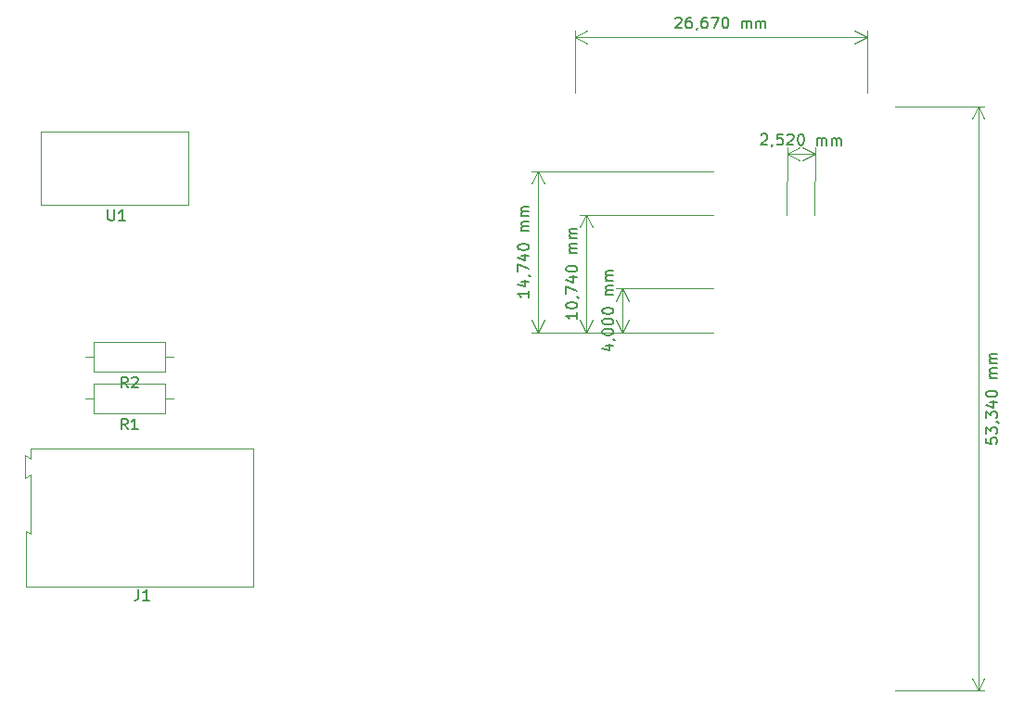
<source format=gbr>
G04 #@! TF.GenerationSoftware,KiCad,Pcbnew,(5.1.6)-1*
G04 #@! TF.CreationDate,2020-07-07T10:11:21-05:00*
G04 #@! TF.ProjectId,Ductos,44756374-6f73-42e6-9b69-6361645f7063,rev?*
G04 #@! TF.SameCoordinates,Original*
G04 #@! TF.FileFunction,Legend,Top*
G04 #@! TF.FilePolarity,Positive*
%FSLAX46Y46*%
G04 Gerber Fmt 4.6, Leading zero omitted, Abs format (unit mm)*
G04 Created by KiCad (PCBNEW (5.1.6)-1) date 2020-07-07 10:11:21*
%MOMM*%
%LPD*%
G01*
G04 APERTURE LIST*
%ADD10C,0.150000*%
%ADD11C,0.120000*%
G04 APERTURE END LIST*
D10*
X95552142Y-31297619D02*
X95599761Y-31250000D01*
X95695000Y-31202380D01*
X95933095Y-31202380D01*
X96028333Y-31250000D01*
X96075952Y-31297619D01*
X96123571Y-31392857D01*
X96123571Y-31488095D01*
X96075952Y-31630952D01*
X95504523Y-32202380D01*
X96123571Y-32202380D01*
X96980714Y-31202380D02*
X96790238Y-31202380D01*
X96695000Y-31250000D01*
X96647380Y-31297619D01*
X96552142Y-31440476D01*
X96504523Y-31630952D01*
X96504523Y-32011904D01*
X96552142Y-32107142D01*
X96599761Y-32154761D01*
X96695000Y-32202380D01*
X96885476Y-32202380D01*
X96980714Y-32154761D01*
X97028333Y-32107142D01*
X97075952Y-32011904D01*
X97075952Y-31773809D01*
X97028333Y-31678571D01*
X96980714Y-31630952D01*
X96885476Y-31583333D01*
X96695000Y-31583333D01*
X96599761Y-31630952D01*
X96552142Y-31678571D01*
X96504523Y-31773809D01*
X97552142Y-32154761D02*
X97552142Y-32202380D01*
X97504523Y-32297619D01*
X97456904Y-32345238D01*
X98409285Y-31202380D02*
X98218809Y-31202380D01*
X98123571Y-31250000D01*
X98075952Y-31297619D01*
X97980714Y-31440476D01*
X97933095Y-31630952D01*
X97933095Y-32011904D01*
X97980714Y-32107142D01*
X98028333Y-32154761D01*
X98123571Y-32202380D01*
X98314047Y-32202380D01*
X98409285Y-32154761D01*
X98456904Y-32107142D01*
X98504523Y-32011904D01*
X98504523Y-31773809D01*
X98456904Y-31678571D01*
X98409285Y-31630952D01*
X98314047Y-31583333D01*
X98123571Y-31583333D01*
X98028333Y-31630952D01*
X97980714Y-31678571D01*
X97933095Y-31773809D01*
X98837857Y-31202380D02*
X99504523Y-31202380D01*
X99075952Y-32202380D01*
X100075952Y-31202380D02*
X100171190Y-31202380D01*
X100266428Y-31250000D01*
X100314047Y-31297619D01*
X100361666Y-31392857D01*
X100409285Y-31583333D01*
X100409285Y-31821428D01*
X100361666Y-32011904D01*
X100314047Y-32107142D01*
X100266428Y-32154761D01*
X100171190Y-32202380D01*
X100075952Y-32202380D01*
X99980714Y-32154761D01*
X99933095Y-32107142D01*
X99885476Y-32011904D01*
X99837857Y-31821428D01*
X99837857Y-31583333D01*
X99885476Y-31392857D01*
X99933095Y-31297619D01*
X99980714Y-31250000D01*
X100075952Y-31202380D01*
X101599761Y-32202380D02*
X101599761Y-31535714D01*
X101599761Y-31630952D02*
X101647380Y-31583333D01*
X101742619Y-31535714D01*
X101885476Y-31535714D01*
X101980714Y-31583333D01*
X102028333Y-31678571D01*
X102028333Y-32202380D01*
X102028333Y-31678571D02*
X102075952Y-31583333D01*
X102171190Y-31535714D01*
X102314047Y-31535714D01*
X102409285Y-31583333D01*
X102456904Y-31678571D01*
X102456904Y-32202380D01*
X102933095Y-32202380D02*
X102933095Y-31535714D01*
X102933095Y-31630952D02*
X102980714Y-31583333D01*
X103075952Y-31535714D01*
X103218809Y-31535714D01*
X103314047Y-31583333D01*
X103361666Y-31678571D01*
X103361666Y-32202380D01*
X103361666Y-31678571D02*
X103409285Y-31583333D01*
X103504523Y-31535714D01*
X103647380Y-31535714D01*
X103742619Y-31583333D01*
X103790238Y-31678571D01*
X103790238Y-32202380D01*
D11*
X86360000Y-33020000D02*
X113030000Y-33020000D01*
X86360000Y-38100000D02*
X86360000Y-32433579D01*
X113030000Y-38100000D02*
X113030000Y-32433579D01*
X113030000Y-33020000D02*
X111903496Y-33606421D01*
X113030000Y-33020000D02*
X111903496Y-32433579D01*
X86360000Y-33020000D02*
X87486504Y-33606421D01*
X86360000Y-33020000D02*
X87486504Y-32433579D01*
D10*
X123912380Y-69659047D02*
X123912380Y-70135238D01*
X124388571Y-70182857D01*
X124340952Y-70135238D01*
X124293333Y-70040000D01*
X124293333Y-69801904D01*
X124340952Y-69706666D01*
X124388571Y-69659047D01*
X124483809Y-69611428D01*
X124721904Y-69611428D01*
X124817142Y-69659047D01*
X124864761Y-69706666D01*
X124912380Y-69801904D01*
X124912380Y-70040000D01*
X124864761Y-70135238D01*
X124817142Y-70182857D01*
X123912380Y-69278095D02*
X123912380Y-68659047D01*
X124293333Y-68992380D01*
X124293333Y-68849523D01*
X124340952Y-68754285D01*
X124388571Y-68706666D01*
X124483809Y-68659047D01*
X124721904Y-68659047D01*
X124817142Y-68706666D01*
X124864761Y-68754285D01*
X124912380Y-68849523D01*
X124912380Y-69135238D01*
X124864761Y-69230476D01*
X124817142Y-69278095D01*
X124864761Y-68182857D02*
X124912380Y-68182857D01*
X125007619Y-68230476D01*
X125055238Y-68278095D01*
X123912380Y-67849523D02*
X123912380Y-67230476D01*
X124293333Y-67563809D01*
X124293333Y-67420952D01*
X124340952Y-67325714D01*
X124388571Y-67278095D01*
X124483809Y-67230476D01*
X124721904Y-67230476D01*
X124817142Y-67278095D01*
X124864761Y-67325714D01*
X124912380Y-67420952D01*
X124912380Y-67706666D01*
X124864761Y-67801904D01*
X124817142Y-67849523D01*
X124245714Y-66373333D02*
X124912380Y-66373333D01*
X123864761Y-66611428D02*
X124579047Y-66849523D01*
X124579047Y-66230476D01*
X123912380Y-65659047D02*
X123912380Y-65563809D01*
X123960000Y-65468571D01*
X124007619Y-65420952D01*
X124102857Y-65373333D01*
X124293333Y-65325714D01*
X124531428Y-65325714D01*
X124721904Y-65373333D01*
X124817142Y-65420952D01*
X124864761Y-65468571D01*
X124912380Y-65563809D01*
X124912380Y-65659047D01*
X124864761Y-65754285D01*
X124817142Y-65801904D01*
X124721904Y-65849523D01*
X124531428Y-65897142D01*
X124293333Y-65897142D01*
X124102857Y-65849523D01*
X124007619Y-65801904D01*
X123960000Y-65754285D01*
X123912380Y-65659047D01*
X124912380Y-64135238D02*
X124245714Y-64135238D01*
X124340952Y-64135238D02*
X124293333Y-64087619D01*
X124245714Y-63992380D01*
X124245714Y-63849523D01*
X124293333Y-63754285D01*
X124388571Y-63706666D01*
X124912380Y-63706666D01*
X124388571Y-63706666D02*
X124293333Y-63659047D01*
X124245714Y-63563809D01*
X124245714Y-63420952D01*
X124293333Y-63325714D01*
X124388571Y-63278095D01*
X124912380Y-63278095D01*
X124912380Y-62801904D02*
X124245714Y-62801904D01*
X124340952Y-62801904D02*
X124293333Y-62754285D01*
X124245714Y-62659047D01*
X124245714Y-62516190D01*
X124293333Y-62420952D01*
X124388571Y-62373333D01*
X124912380Y-62373333D01*
X124388571Y-62373333D02*
X124293333Y-62325714D01*
X124245714Y-62230476D01*
X124245714Y-62087619D01*
X124293333Y-61992380D01*
X124388571Y-61944761D01*
X124912380Y-61944761D01*
D11*
X123190000Y-92710000D02*
X123190000Y-39370000D01*
X115570000Y-92710000D02*
X123776421Y-92710000D01*
X115570000Y-39370000D02*
X123776421Y-39370000D01*
X123190000Y-39370000D02*
X123776421Y-40496504D01*
X123190000Y-39370000D02*
X122603579Y-40496504D01*
X123190000Y-92710000D02*
X123776421Y-91583496D01*
X123190000Y-92710000D02*
X122603579Y-91583496D01*
D10*
X103391255Y-41947257D02*
X103439250Y-41900018D01*
X103534863Y-41853156D01*
X103772951Y-41855045D01*
X103867808Y-41903419D01*
X103915048Y-41951414D01*
X103961909Y-42047027D01*
X103961153Y-42142262D01*
X103912402Y-42284737D01*
X103336457Y-42851613D01*
X103955485Y-42856526D01*
X104432038Y-42812687D02*
X104431660Y-42860305D01*
X104383287Y-42955162D01*
X104335291Y-43002402D01*
X105344330Y-41867517D02*
X104868154Y-41863738D01*
X104816758Y-42339535D01*
X104864753Y-42292295D01*
X104960366Y-42245434D01*
X105198454Y-42247323D01*
X105293311Y-42295697D01*
X105340551Y-42343692D01*
X105387412Y-42439305D01*
X105385523Y-42677393D01*
X105337149Y-42772250D01*
X105289154Y-42819490D01*
X105193541Y-42866351D01*
X104955453Y-42864462D01*
X104860596Y-42816088D01*
X104813356Y-42768093D01*
X105772132Y-41966153D02*
X105820127Y-41918913D01*
X105915740Y-41872052D01*
X106153828Y-41873941D01*
X106248685Y-41922315D01*
X106295925Y-41970310D01*
X106342787Y-42065923D01*
X106342031Y-42161158D01*
X106293280Y-42303633D01*
X105717334Y-42870509D01*
X106336362Y-42875421D01*
X106963326Y-41880366D02*
X107058562Y-41881122D01*
X107153419Y-41929495D01*
X107200658Y-41977491D01*
X107247520Y-42073104D01*
X107293626Y-42263952D01*
X107291736Y-42502039D01*
X107242607Y-42692132D01*
X107194234Y-42786989D01*
X107146238Y-42834228D01*
X107050625Y-42881090D01*
X106955390Y-42880334D01*
X106860533Y-42831961D01*
X106813293Y-42783966D01*
X106766432Y-42688353D01*
X106720326Y-42497504D01*
X106722215Y-42259417D01*
X106771345Y-42069324D01*
X106819718Y-41974467D01*
X106867713Y-41927228D01*
X106963326Y-41880366D01*
X108479152Y-42892428D02*
X108484443Y-42225782D01*
X108483687Y-42321017D02*
X108531682Y-42273778D01*
X108627295Y-42226916D01*
X108770148Y-42228050D01*
X108865005Y-42276423D01*
X108911867Y-42372036D01*
X108907710Y-42895829D01*
X108911867Y-42372036D02*
X108960240Y-42277179D01*
X109055853Y-42230317D01*
X109198706Y-42231451D01*
X109293563Y-42279824D01*
X109340425Y-42375437D01*
X109336268Y-42899230D01*
X109812443Y-42903009D02*
X109817734Y-42236364D01*
X109816978Y-42331599D02*
X109864974Y-42284359D01*
X109960587Y-42237497D01*
X110103439Y-42238631D01*
X110198296Y-42287005D01*
X110245158Y-42382618D01*
X110241001Y-42906411D01*
X110245158Y-42382618D02*
X110293531Y-42287760D01*
X110389144Y-42240899D01*
X110531997Y-42242032D01*
X110626854Y-42290406D01*
X110673716Y-42386019D01*
X110669559Y-42909812D01*
D11*
X105784137Y-43688684D02*
X108304137Y-43708684D01*
X105740000Y-49250000D02*
X105788791Y-43102282D01*
X108260000Y-49270000D02*
X108308791Y-43122282D01*
X108304137Y-43708684D02*
X107173015Y-44286146D01*
X108304137Y-43708684D02*
X107182323Y-43113342D01*
X105784137Y-43688684D02*
X106905951Y-44284026D01*
X105784137Y-43688684D02*
X106915259Y-43111222D01*
D10*
X82172380Y-56201428D02*
X82172380Y-56772857D01*
X82172380Y-56487142D02*
X81172380Y-56487142D01*
X81315238Y-56582380D01*
X81410476Y-56677619D01*
X81458095Y-56772857D01*
X81505714Y-55344285D02*
X82172380Y-55344285D01*
X81124761Y-55582380D02*
X81839047Y-55820476D01*
X81839047Y-55201428D01*
X82124761Y-54772857D02*
X82172380Y-54772857D01*
X82267619Y-54820476D01*
X82315238Y-54868095D01*
X81172380Y-54439523D02*
X81172380Y-53772857D01*
X82172380Y-54201428D01*
X81505714Y-52963333D02*
X82172380Y-52963333D01*
X81124761Y-53201428D02*
X81839047Y-53439523D01*
X81839047Y-52820476D01*
X81172380Y-52249047D02*
X81172380Y-52153809D01*
X81220000Y-52058571D01*
X81267619Y-52010952D01*
X81362857Y-51963333D01*
X81553333Y-51915714D01*
X81791428Y-51915714D01*
X81981904Y-51963333D01*
X82077142Y-52010952D01*
X82124761Y-52058571D01*
X82172380Y-52153809D01*
X82172380Y-52249047D01*
X82124761Y-52344285D01*
X82077142Y-52391904D01*
X81981904Y-52439523D01*
X81791428Y-52487142D01*
X81553333Y-52487142D01*
X81362857Y-52439523D01*
X81267619Y-52391904D01*
X81220000Y-52344285D01*
X81172380Y-52249047D01*
X82172380Y-50725238D02*
X81505714Y-50725238D01*
X81600952Y-50725238D02*
X81553333Y-50677619D01*
X81505714Y-50582380D01*
X81505714Y-50439523D01*
X81553333Y-50344285D01*
X81648571Y-50296666D01*
X82172380Y-50296666D01*
X81648571Y-50296666D02*
X81553333Y-50249047D01*
X81505714Y-50153809D01*
X81505714Y-50010952D01*
X81553333Y-49915714D01*
X81648571Y-49868095D01*
X82172380Y-49868095D01*
X82172380Y-49391904D02*
X81505714Y-49391904D01*
X81600952Y-49391904D02*
X81553333Y-49344285D01*
X81505714Y-49249047D01*
X81505714Y-49106190D01*
X81553333Y-49010952D01*
X81648571Y-48963333D01*
X82172380Y-48963333D01*
X81648571Y-48963333D02*
X81553333Y-48915714D01*
X81505714Y-48820476D01*
X81505714Y-48677619D01*
X81553333Y-48582380D01*
X81648571Y-48534761D01*
X82172380Y-48534761D01*
D11*
X82990000Y-60000000D02*
X82990000Y-45260000D01*
X99000000Y-60000000D02*
X82403579Y-60000000D01*
X99000000Y-45260000D02*
X82403579Y-45260000D01*
X82990000Y-45260000D02*
X83576421Y-46386504D01*
X82990000Y-45260000D02*
X82403579Y-46386504D01*
X82990000Y-60000000D02*
X83576421Y-58873496D01*
X82990000Y-60000000D02*
X82403579Y-58873496D01*
D10*
X86575687Y-58189857D02*
X86575155Y-58761285D01*
X86575421Y-58475571D02*
X85575421Y-58474640D01*
X85718190Y-58570011D01*
X85813339Y-58665338D01*
X85860869Y-58760620D01*
X85576264Y-57569878D02*
X85576352Y-57474640D01*
X85624060Y-57379447D01*
X85671723Y-57331872D01*
X85767006Y-57284341D01*
X85957526Y-57236900D01*
X86195621Y-57237121D01*
X86386053Y-57284918D01*
X86481247Y-57332626D01*
X86528822Y-57380289D01*
X86576352Y-57475571D01*
X86576263Y-57570809D01*
X86528556Y-57666003D01*
X86480892Y-57713578D01*
X86385610Y-57761108D01*
X86195089Y-57808550D01*
X85956994Y-57808328D01*
X85766562Y-57760532D01*
X85671369Y-57712824D01*
X85623794Y-57665161D01*
X85576264Y-57569878D01*
X86529398Y-56761242D02*
X86577017Y-56761286D01*
X86672211Y-56808994D01*
X86719785Y-56856657D01*
X85577328Y-56427022D02*
X85577949Y-55760355D01*
X86577549Y-56189858D01*
X85912036Y-54951142D02*
X86578702Y-54951763D01*
X85530862Y-55188883D02*
X86244925Y-55427643D01*
X86245502Y-54808595D01*
X85579367Y-54236546D02*
X85579456Y-54141308D01*
X85627164Y-54046115D01*
X85674827Y-53998540D01*
X85770110Y-53951010D01*
X85960630Y-53903568D01*
X86198725Y-53903790D01*
X86389157Y-53951586D01*
X86484351Y-53999294D01*
X86531925Y-54046957D01*
X86579456Y-54142239D01*
X86579367Y-54237477D01*
X86531659Y-54332671D01*
X86483996Y-54380246D01*
X86388714Y-54427776D01*
X86198193Y-54475218D01*
X85960098Y-54474996D01*
X85769666Y-54427200D01*
X85674472Y-54379492D01*
X85626898Y-54331829D01*
X85579367Y-54236546D01*
X86580786Y-52713669D02*
X85914119Y-52713048D01*
X86009357Y-52713137D02*
X85961783Y-52665473D01*
X85914252Y-52570191D01*
X85914385Y-52427334D01*
X85962093Y-52332140D01*
X86057376Y-52284610D01*
X86581185Y-52285097D01*
X86057376Y-52284610D02*
X85962182Y-52236902D01*
X85914651Y-52141620D01*
X85914784Y-51998762D01*
X85962492Y-51903569D01*
X86057775Y-51856038D01*
X86581584Y-51856526D01*
X86582027Y-51380336D02*
X85915361Y-51379715D01*
X86010599Y-51379804D02*
X85963024Y-51332140D01*
X85915494Y-51236858D01*
X85915627Y-51094001D01*
X85963335Y-50998807D01*
X86058617Y-50951277D01*
X86582426Y-50951765D01*
X86058617Y-50951277D02*
X85963423Y-50903569D01*
X85915893Y-50808287D01*
X85916026Y-50665430D01*
X85963734Y-50570236D01*
X86059016Y-50522706D01*
X86582825Y-50523193D01*
D11*
X87391631Y-59989191D02*
X87401631Y-49249191D01*
X99000000Y-60000000D02*
X86805211Y-59988645D01*
X99010000Y-49260000D02*
X86815211Y-49248645D01*
X87401631Y-49249191D02*
X87987003Y-50376240D01*
X87401631Y-49249191D02*
X86814162Y-50375148D01*
X87391631Y-59989191D02*
X87979100Y-58863234D01*
X87391631Y-59989191D02*
X86806259Y-58862142D01*
D10*
X89215714Y-61190476D02*
X89882380Y-61190476D01*
X88834761Y-61428571D02*
X89549047Y-61666666D01*
X89549047Y-61047619D01*
X89834761Y-60619047D02*
X89882380Y-60619047D01*
X89977619Y-60666666D01*
X90025238Y-60714285D01*
X88882380Y-60000000D02*
X88882380Y-59904761D01*
X88930000Y-59809523D01*
X88977619Y-59761904D01*
X89072857Y-59714285D01*
X89263333Y-59666666D01*
X89501428Y-59666666D01*
X89691904Y-59714285D01*
X89787142Y-59761904D01*
X89834761Y-59809523D01*
X89882380Y-59904761D01*
X89882380Y-60000000D01*
X89834761Y-60095238D01*
X89787142Y-60142857D01*
X89691904Y-60190476D01*
X89501428Y-60238095D01*
X89263333Y-60238095D01*
X89072857Y-60190476D01*
X88977619Y-60142857D01*
X88930000Y-60095238D01*
X88882380Y-60000000D01*
X88882380Y-59047619D02*
X88882380Y-58952380D01*
X88930000Y-58857142D01*
X88977619Y-58809523D01*
X89072857Y-58761904D01*
X89263333Y-58714285D01*
X89501428Y-58714285D01*
X89691904Y-58761904D01*
X89787142Y-58809523D01*
X89834761Y-58857142D01*
X89882380Y-58952380D01*
X89882380Y-59047619D01*
X89834761Y-59142857D01*
X89787142Y-59190476D01*
X89691904Y-59238095D01*
X89501428Y-59285714D01*
X89263333Y-59285714D01*
X89072857Y-59238095D01*
X88977619Y-59190476D01*
X88930000Y-59142857D01*
X88882380Y-59047619D01*
X88882380Y-58095238D02*
X88882380Y-58000000D01*
X88930000Y-57904761D01*
X88977619Y-57857142D01*
X89072857Y-57809523D01*
X89263333Y-57761904D01*
X89501428Y-57761904D01*
X89691904Y-57809523D01*
X89787142Y-57857142D01*
X89834761Y-57904761D01*
X89882380Y-58000000D01*
X89882380Y-58095238D01*
X89834761Y-58190476D01*
X89787142Y-58238095D01*
X89691904Y-58285714D01*
X89501428Y-58333333D01*
X89263333Y-58333333D01*
X89072857Y-58285714D01*
X88977619Y-58238095D01*
X88930000Y-58190476D01*
X88882380Y-58095238D01*
X89882380Y-56571428D02*
X89215714Y-56571428D01*
X89310952Y-56571428D02*
X89263333Y-56523809D01*
X89215714Y-56428571D01*
X89215714Y-56285714D01*
X89263333Y-56190476D01*
X89358571Y-56142857D01*
X89882380Y-56142857D01*
X89358571Y-56142857D02*
X89263333Y-56095238D01*
X89215714Y-56000000D01*
X89215714Y-55857142D01*
X89263333Y-55761904D01*
X89358571Y-55714285D01*
X89882380Y-55714285D01*
X89882380Y-55238095D02*
X89215714Y-55238095D01*
X89310952Y-55238095D02*
X89263333Y-55190476D01*
X89215714Y-55095238D01*
X89215714Y-54952380D01*
X89263333Y-54857142D01*
X89358571Y-54809523D01*
X89882380Y-54809523D01*
X89358571Y-54809523D02*
X89263333Y-54761904D01*
X89215714Y-54666666D01*
X89215714Y-54523809D01*
X89263333Y-54428571D01*
X89358571Y-54380952D01*
X89882380Y-54380952D01*
D11*
X90700000Y-60000000D02*
X90700000Y-56000000D01*
X99000000Y-60000000D02*
X90113579Y-60000000D01*
X99000000Y-56000000D02*
X90113579Y-56000000D01*
X90700000Y-56000000D02*
X91286421Y-57126504D01*
X90700000Y-56000000D02*
X90113579Y-57126504D01*
X90700000Y-60000000D02*
X91286421Y-58873496D01*
X90700000Y-60000000D02*
X90113579Y-58873496D01*
X41680000Y-66040000D02*
X42450000Y-66040000D01*
X49760000Y-66040000D02*
X48990000Y-66040000D01*
X42450000Y-67410000D02*
X48990000Y-67410000D01*
X42450000Y-64670000D02*
X42450000Y-67410000D01*
X48990000Y-64670000D02*
X42450000Y-64670000D01*
X48990000Y-67410000D02*
X48990000Y-64670000D01*
X44400000Y-48380000D02*
X51110000Y-48380000D01*
X51120000Y-48380000D02*
X51120000Y-41650000D01*
X44400000Y-41640000D02*
X51090000Y-41630000D01*
X37650000Y-41640000D02*
X37650000Y-48380000D01*
X44390000Y-48380000D02*
X37650000Y-48380000D01*
X44330000Y-41630000D02*
X37690000Y-41630000D01*
X57040000Y-70580000D02*
X57040000Y-83180000D01*
X36740000Y-70580000D02*
X57040000Y-70580000D01*
X36740000Y-71530000D02*
X36740000Y-70580000D01*
X36190000Y-71230000D02*
X36740000Y-71530000D01*
X36190000Y-73280000D02*
X36190000Y-71230000D01*
X36740000Y-72980000D02*
X36190000Y-73280000D01*
X36740000Y-78380000D02*
X36740000Y-72980000D01*
X36240000Y-78130000D02*
X36740000Y-78380000D01*
X36240000Y-83180000D02*
X36240000Y-78130000D01*
X57040000Y-83180000D02*
X36240000Y-83180000D01*
X48990000Y-63600000D02*
X48990000Y-60860000D01*
X48990000Y-60860000D02*
X42450000Y-60860000D01*
X42450000Y-60860000D02*
X42450000Y-63600000D01*
X42450000Y-63600000D02*
X48990000Y-63600000D01*
X49760000Y-62230000D02*
X48990000Y-62230000D01*
X41680000Y-62230000D02*
X42450000Y-62230000D01*
D10*
X45553333Y-68862380D02*
X45220000Y-68386190D01*
X44981904Y-68862380D02*
X44981904Y-67862380D01*
X45362857Y-67862380D01*
X45458095Y-67910000D01*
X45505714Y-67957619D01*
X45553333Y-68052857D01*
X45553333Y-68195714D01*
X45505714Y-68290952D01*
X45458095Y-68338571D01*
X45362857Y-68386190D01*
X44981904Y-68386190D01*
X46505714Y-68862380D02*
X45934285Y-68862380D01*
X46220000Y-68862380D02*
X46220000Y-67862380D01*
X46124761Y-68005238D01*
X46029523Y-68100476D01*
X45934285Y-68148095D01*
X43758095Y-48772380D02*
X43758095Y-49581904D01*
X43805714Y-49677142D01*
X43853333Y-49724761D01*
X43948571Y-49772380D01*
X44139047Y-49772380D01*
X44234285Y-49724761D01*
X44281904Y-49677142D01*
X44329523Y-49581904D01*
X44329523Y-48772380D01*
X45329523Y-49772380D02*
X44758095Y-49772380D01*
X45043809Y-49772380D02*
X45043809Y-48772380D01*
X44948571Y-48915238D01*
X44853333Y-49010476D01*
X44758095Y-49058095D01*
X46556666Y-83482380D02*
X46556666Y-84196666D01*
X46509047Y-84339523D01*
X46413809Y-84434761D01*
X46270952Y-84482380D01*
X46175714Y-84482380D01*
X47556666Y-84482380D02*
X46985238Y-84482380D01*
X47270952Y-84482380D02*
X47270952Y-83482380D01*
X47175714Y-83625238D01*
X47080476Y-83720476D01*
X46985238Y-83768095D01*
X45553333Y-65052380D02*
X45220000Y-64576190D01*
X44981904Y-65052380D02*
X44981904Y-64052380D01*
X45362857Y-64052380D01*
X45458095Y-64100000D01*
X45505714Y-64147619D01*
X45553333Y-64242857D01*
X45553333Y-64385714D01*
X45505714Y-64480952D01*
X45458095Y-64528571D01*
X45362857Y-64576190D01*
X44981904Y-64576190D01*
X45934285Y-64147619D02*
X45981904Y-64100000D01*
X46077142Y-64052380D01*
X46315238Y-64052380D01*
X46410476Y-64100000D01*
X46458095Y-64147619D01*
X46505714Y-64242857D01*
X46505714Y-64338095D01*
X46458095Y-64480952D01*
X45886666Y-65052380D01*
X46505714Y-65052380D01*
M02*

</source>
